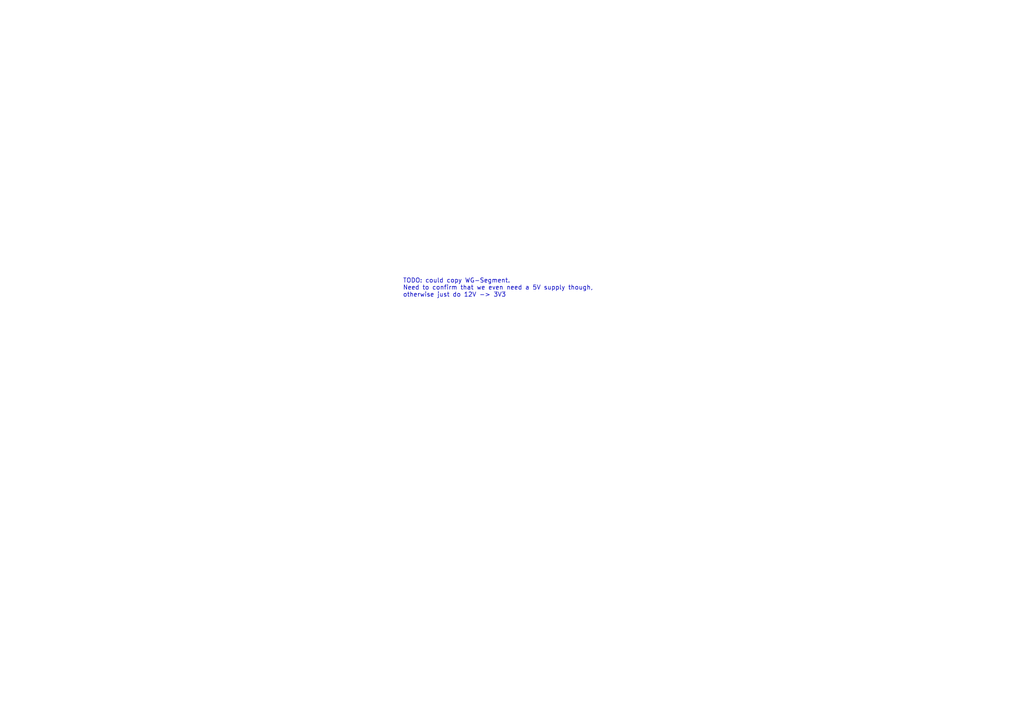
<source format=kicad_sch>
(kicad_sch (version 20230121) (generator eeschema)
  (paper "A4")
  (lib_symbols)
  (text "TODO: could copy WG-Segment.\nNeed to confirm that we even need a 5V supply though,\notherwise just do 12V -> 3V3" (at 116.84 86.36 0) (effects (font (size 1.27 1.27)) (justify left bottom)))
)
</source>
